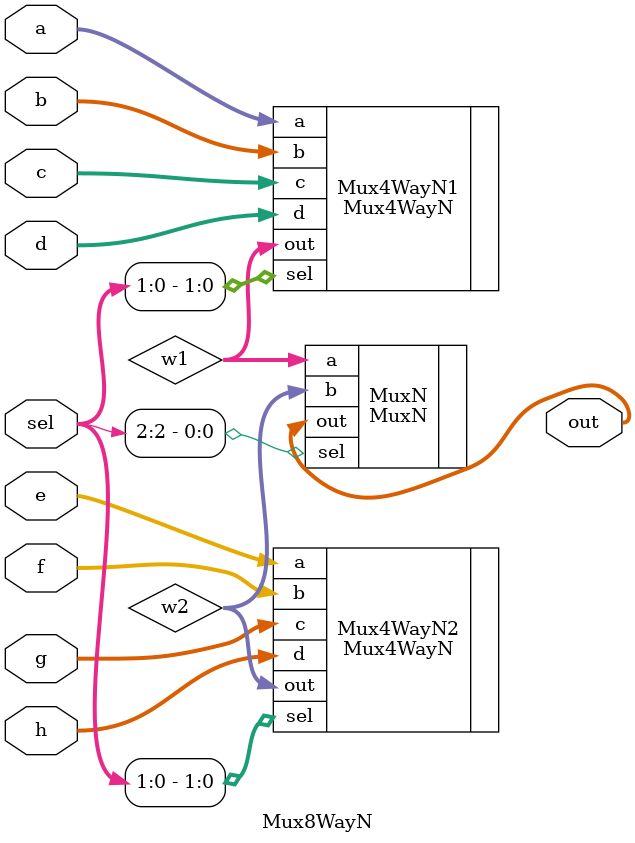
<source format=v>
module Mux8WayN #(
  parameter width = 16
) (
  input wire[width-1:0] a, b, c, d, e, f, g, h,
  input wire [2:0] sel,
  output wire [width-1:0] out
);

wire [width-1:0] w1, w2;

Mux4WayN #(.width(width)) Mux4WayN1(.a(a), .b(b), .c(c), .d(d), .sel(sel[1:0]), .out(w1));
Mux4WayN #(.width(width)) Mux4WayN2(.a(e), .b(f), .c(g), .d(h), .sel(sel[1:0]), .out(w2));
MuxN #(.width(width)) MuxN(.a(w1), .b(w2), .sel(sel[2]), .out(out));

endmodule

</source>
